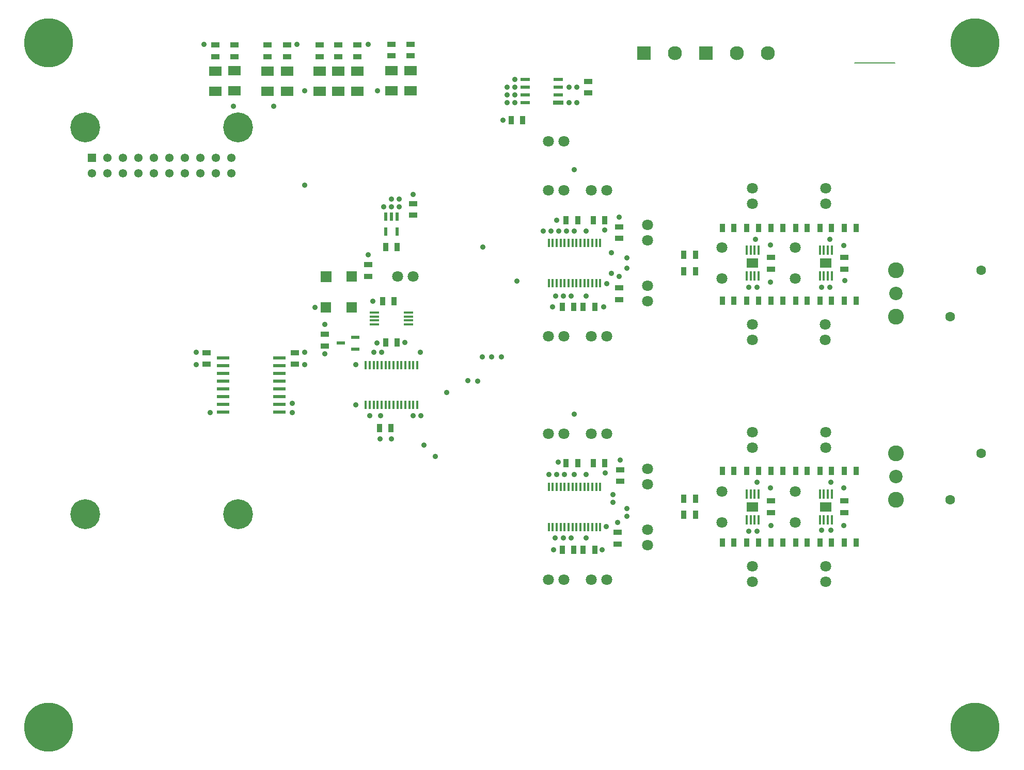
<source format=gts>
%FSLAX34Y34*%
G04 Gerber Fmt 3.4, Leading zero omitted, Abs format*
G04 (created by PCBNEW (2014-02-03 BZR 4658)-product) date Thu 30 Jul 2015 10:30:08 PM PDT*
%MOIN*%
G01*
G70*
G90*
G04 APERTURE LIST*
%ADD10C,0.005906*%
%ADD11C,0.007874*%
%ADD12R,0.054370X0.054370*%
%ADD13C,0.054370*%
%ADD14R,0.055000X0.035000*%
%ADD15R,0.035000X0.055000*%
%ADD16C,0.070866*%
%ADD17R,0.080000X0.060000*%
%ADD18R,0.090551X0.090551*%
%ADD19C,0.090551*%
%ADD20C,0.102362*%
%ADD21C,0.086614*%
%ADD22C,0.062992*%
%ADD23R,0.078740X0.023622*%
%ADD24R,0.062992X0.011811*%
%ADD25R,0.052362X0.022047*%
%ADD26R,0.016500X0.057900*%
%ADD27R,0.022047X0.052362*%
%ADD28R,0.066600X0.029200*%
%ADD29R,0.061000X0.023600*%
%ADD30R,0.015748X0.062992*%
%ADD31R,0.074409X0.061811*%
%ADD32R,0.070866X0.070866*%
%ADD33C,0.315100*%
%ADD34C,0.192955*%
%ADD35C,0.035000*%
G04 APERTURE END LIST*
G54D10*
G54D11*
X69900Y-16600D02*
X67600Y-16600D01*
X67300Y-16600D02*
X69900Y-16600D01*
G54D12*
X18064Y-22712D03*
G54D13*
X18064Y-23712D03*
X19064Y-22712D03*
X19064Y-23712D03*
X20064Y-22712D03*
X20064Y-23712D03*
X21064Y-22712D03*
X21064Y-23712D03*
X22064Y-22712D03*
X22064Y-23712D03*
X23064Y-22712D03*
X23064Y-23712D03*
X24064Y-22712D03*
X24064Y-23712D03*
X25064Y-22712D03*
X25064Y-23712D03*
X26064Y-22712D03*
X26064Y-23712D03*
X27064Y-22712D03*
X27064Y-23712D03*
G54D14*
X25479Y-35304D03*
X25479Y-36054D03*
X35900Y-30375D03*
X35900Y-29625D03*
X31179Y-35304D03*
X31179Y-36054D03*
G54D15*
X37575Y-32000D03*
X36825Y-32000D03*
G54D14*
X33100Y-34125D03*
X33100Y-34875D03*
G54D15*
X37375Y-40200D03*
X36625Y-40200D03*
X37775Y-34650D03*
X37025Y-34650D03*
G54D14*
X38800Y-26425D03*
X38800Y-25675D03*
G54D15*
X37775Y-28500D03*
X37025Y-28500D03*
G54D16*
X37800Y-30400D03*
X38800Y-30400D03*
G54D15*
X49175Y-48050D03*
X48425Y-48050D03*
G54D16*
X48538Y-49998D03*
X47538Y-49998D03*
G54D15*
X49775Y-48050D03*
X50525Y-48050D03*
G54D16*
X50294Y-49998D03*
X51294Y-49998D03*
G54D14*
X52000Y-47675D03*
X52000Y-46925D03*
G54D16*
X53944Y-47742D03*
X53944Y-46742D03*
G54D15*
X49425Y-42450D03*
X48675Y-42450D03*
G54D16*
X53944Y-43805D03*
X53944Y-42805D03*
G54D15*
X50425Y-42450D03*
X51175Y-42450D03*
G54D16*
X50294Y-40549D03*
X51294Y-40549D03*
G54D14*
X52150Y-43625D03*
X52150Y-42875D03*
G54D16*
X48538Y-40549D03*
X47538Y-40549D03*
G54D15*
X49175Y-32350D03*
X48425Y-32350D03*
G54D16*
X48538Y-34250D03*
X47538Y-34250D03*
G54D15*
X49775Y-32350D03*
X50525Y-32350D03*
G54D16*
X50294Y-34250D03*
X51294Y-34250D03*
G54D14*
X52100Y-31875D03*
X52100Y-31125D03*
G54D16*
X53944Y-31994D03*
X53944Y-30994D03*
G54D14*
X52100Y-27925D03*
X52100Y-27175D03*
G54D16*
X53944Y-28057D03*
X53944Y-27057D03*
G54D15*
X50425Y-26750D03*
X51175Y-26750D03*
G54D16*
X50294Y-24801D03*
X51294Y-24801D03*
G54D15*
X49425Y-26750D03*
X48675Y-26750D03*
G54D16*
X48538Y-24801D03*
X47538Y-24801D03*
X48531Y-21653D03*
X47531Y-21653D03*
G54D14*
X50106Y-18531D03*
X50106Y-17781D03*
G54D15*
X45875Y-20300D03*
X45125Y-20300D03*
G54D16*
X60700Y-33500D03*
X60700Y-34500D03*
X60711Y-24696D03*
X60711Y-25696D03*
X65400Y-33500D03*
X65400Y-34500D03*
X65435Y-24696D03*
X65435Y-25696D03*
G54D14*
X61892Y-29902D03*
X61892Y-29152D03*
X66616Y-29902D03*
X66616Y-29152D03*
G54D16*
X58742Y-28527D03*
X58742Y-30527D03*
X63466Y-28527D03*
X63466Y-30527D03*
X60711Y-49106D03*
X60711Y-50106D03*
X60711Y-40444D03*
X60711Y-41444D03*
X65435Y-49106D03*
X65435Y-50106D03*
X65435Y-40444D03*
X65435Y-41444D03*
G54D14*
X61892Y-45650D03*
X61892Y-44900D03*
X66616Y-45650D03*
X66616Y-44900D03*
G54D16*
X58742Y-44275D03*
X58742Y-46275D03*
X63466Y-44275D03*
X63466Y-46275D03*
G54D17*
X26017Y-18417D03*
X26017Y-17117D03*
X27250Y-18400D03*
X27250Y-17100D03*
X32761Y-18417D03*
X32761Y-17117D03*
X38635Y-17067D03*
X38635Y-18367D03*
X37392Y-18367D03*
X37392Y-17067D03*
X30666Y-18417D03*
X30666Y-17117D03*
X33979Y-18417D03*
X33979Y-17117D03*
X35198Y-18417D03*
X35198Y-17117D03*
X29404Y-18417D03*
X29404Y-17117D03*
G54D18*
X53700Y-15950D03*
G54D19*
X55700Y-15950D03*
G54D18*
X57700Y-15950D03*
G54D19*
X59700Y-15950D03*
X61700Y-15950D03*
G54D20*
X69968Y-32996D03*
X69968Y-29996D03*
G54D21*
X69968Y-31496D03*
G54D22*
X75468Y-29996D03*
X73468Y-32996D03*
G54D20*
X69968Y-44807D03*
X69968Y-41807D03*
G54D21*
X69968Y-43307D03*
G54D22*
X75468Y-41807D03*
X73468Y-44807D03*
G54D14*
X26017Y-16183D03*
X26017Y-15433D03*
X27250Y-16175D03*
X27250Y-15425D03*
X32761Y-16183D03*
X32761Y-15433D03*
X38635Y-15383D03*
X38635Y-16133D03*
X37392Y-16133D03*
X37392Y-15383D03*
X30666Y-16183D03*
X30666Y-15433D03*
X33979Y-16183D03*
X33979Y-15433D03*
X35198Y-16183D03*
X35198Y-15433D03*
X29404Y-16183D03*
X29404Y-15433D03*
G54D15*
X56275Y-29000D03*
X57025Y-29000D03*
X56275Y-30050D03*
X57025Y-30050D03*
X58761Y-27240D03*
X59511Y-27240D03*
X58761Y-31964D03*
X59511Y-31964D03*
X60336Y-27240D03*
X61086Y-27240D03*
X60336Y-31964D03*
X61086Y-31964D03*
X61910Y-27240D03*
X62660Y-27240D03*
X61910Y-31964D03*
X62660Y-31964D03*
X63485Y-27240D03*
X64235Y-27240D03*
X63485Y-31964D03*
X64235Y-31964D03*
X65060Y-27240D03*
X65810Y-27240D03*
X65060Y-31964D03*
X65810Y-31964D03*
X66635Y-27240D03*
X67385Y-27240D03*
X66635Y-31964D03*
X67385Y-31964D03*
X56275Y-44750D03*
X57025Y-44750D03*
X56275Y-45800D03*
X57025Y-45800D03*
X58761Y-42963D03*
X59511Y-42963D03*
X58761Y-47588D03*
X59511Y-47588D03*
X60336Y-42963D03*
X61086Y-42963D03*
X60336Y-47588D03*
X61086Y-47588D03*
X61910Y-42963D03*
X62660Y-42963D03*
X61910Y-47588D03*
X62660Y-47588D03*
X63485Y-42963D03*
X64235Y-42963D03*
X63485Y-47588D03*
X64235Y-47588D03*
X65060Y-42963D03*
X65810Y-42963D03*
X65060Y-47588D03*
X65810Y-47588D03*
X66635Y-42963D03*
X67385Y-42963D03*
X66635Y-47588D03*
X67385Y-47588D03*
G54D23*
X26515Y-37151D03*
X26515Y-36651D03*
X26515Y-36151D03*
X26515Y-35651D03*
X26515Y-37651D03*
X26515Y-38151D03*
X26515Y-38651D03*
X26515Y-39151D03*
X30177Y-39151D03*
X30177Y-38651D03*
X30177Y-38151D03*
X30177Y-37651D03*
X30177Y-37151D03*
X30177Y-36651D03*
X30177Y-36151D03*
X30177Y-35651D03*
G54D24*
X36297Y-32972D03*
X36297Y-33227D03*
X36297Y-33483D03*
X36297Y-32716D03*
X38502Y-33483D03*
X38502Y-33227D03*
X38502Y-32972D03*
X38502Y-32716D03*
G54D25*
X35072Y-35074D03*
X35072Y-34325D03*
X34127Y-34700D03*
G54D26*
X37529Y-36102D03*
X37273Y-36102D03*
X37017Y-36102D03*
X36761Y-36102D03*
X38293Y-38698D03*
X38297Y-36102D03*
X38041Y-36102D03*
X37785Y-36102D03*
X36505Y-38700D03*
X36761Y-38700D03*
X37017Y-38700D03*
X37273Y-38700D03*
X37529Y-38700D03*
X37785Y-38700D03*
X36505Y-36102D03*
X38041Y-38698D03*
X38553Y-36102D03*
X36249Y-36102D03*
X36249Y-38700D03*
X38553Y-38700D03*
X38808Y-36102D03*
X35994Y-36102D03*
X35994Y-38700D03*
X38808Y-38700D03*
X39064Y-36102D03*
X35738Y-36102D03*
X35738Y-38700D03*
X39064Y-38700D03*
G54D27*
X37774Y-26527D03*
X37400Y-26527D03*
X37025Y-26527D03*
X37025Y-27472D03*
X37774Y-27472D03*
G54D26*
X49084Y-46574D03*
X49340Y-46574D03*
X49596Y-46574D03*
X49852Y-46574D03*
X48320Y-43978D03*
X48316Y-46574D03*
X48572Y-46574D03*
X48828Y-46574D03*
X50108Y-43976D03*
X49852Y-43976D03*
X49596Y-43976D03*
X49340Y-43976D03*
X49084Y-43976D03*
X48828Y-43976D03*
X50108Y-46574D03*
X48572Y-43978D03*
X48060Y-46574D03*
X50364Y-46574D03*
X50364Y-43976D03*
X48060Y-43976D03*
X47805Y-46574D03*
X50619Y-46574D03*
X50619Y-43976D03*
X47805Y-43976D03*
X47549Y-46574D03*
X50875Y-46574D03*
X50875Y-43976D03*
X47549Y-43976D03*
X49084Y-30826D03*
X49340Y-30826D03*
X49596Y-30826D03*
X49852Y-30826D03*
X48320Y-28230D03*
X48316Y-30826D03*
X48572Y-30826D03*
X48828Y-30826D03*
X50108Y-28228D03*
X49852Y-28228D03*
X49596Y-28228D03*
X49340Y-28228D03*
X49084Y-28228D03*
X48828Y-28228D03*
X50108Y-30826D03*
X48572Y-28230D03*
X48060Y-30826D03*
X50364Y-30826D03*
X50364Y-28228D03*
X48060Y-28228D03*
X47805Y-30826D03*
X50619Y-30826D03*
X50619Y-28228D03*
X47805Y-28228D03*
X47549Y-30826D03*
X50875Y-30826D03*
X50875Y-28228D03*
X47549Y-28228D03*
G54D28*
X48169Y-19154D03*
G54D29*
X48169Y-18654D03*
X48169Y-18154D03*
X48169Y-17654D03*
X46043Y-19154D03*
X46043Y-18654D03*
X46043Y-18154D03*
X46043Y-17654D03*
G54D30*
X60327Y-30354D03*
X60583Y-30354D03*
X60838Y-30354D03*
X61094Y-30354D03*
X61094Y-28700D03*
X60838Y-28700D03*
X60583Y-28700D03*
X60327Y-28700D03*
G54D31*
X60711Y-29527D03*
G54D30*
X65051Y-30354D03*
X65307Y-30354D03*
X65563Y-30354D03*
X65819Y-30354D03*
X65819Y-28700D03*
X65563Y-28700D03*
X65307Y-28700D03*
X65051Y-28700D03*
G54D31*
X65435Y-29527D03*
G54D30*
X60327Y-46102D03*
X60583Y-46102D03*
X60838Y-46102D03*
X61094Y-46102D03*
X61094Y-44448D03*
X60838Y-44448D03*
X60583Y-44448D03*
X60327Y-44448D03*
G54D31*
X60711Y-45275D03*
G54D30*
X65051Y-46102D03*
X65307Y-46102D03*
X65563Y-46102D03*
X65819Y-46102D03*
X65819Y-44448D03*
X65563Y-44448D03*
X65307Y-44448D03*
X65051Y-44448D03*
G54D31*
X65435Y-45275D03*
G54D32*
X34822Y-30400D03*
X34822Y-32400D03*
X33177Y-32400D03*
G54D10*
G36*
X32822Y-30045D02*
X33531Y-30045D01*
X33531Y-30754D01*
X32822Y-30754D01*
X32822Y-30045D01*
X32822Y-30045D01*
G37*
G54D33*
X15279Y-15279D03*
X75074Y-15279D03*
X15279Y-59523D03*
X75074Y-59523D03*
G54D34*
X27486Y-45744D03*
X17643Y-45744D03*
X17643Y-20744D03*
X27486Y-20744D03*
G54D35*
X61000Y-46850D03*
X61900Y-46500D03*
X66600Y-46500D03*
X65750Y-46800D03*
X66650Y-30650D03*
X65700Y-31100D03*
X61850Y-30750D03*
X61000Y-31100D03*
X44850Y-19150D03*
X45350Y-19150D03*
X36900Y-25900D03*
X37900Y-25900D03*
X37900Y-25400D03*
X45356Y-17656D03*
X61850Y-44050D03*
X61000Y-43700D03*
X66600Y-44050D03*
X65750Y-43700D03*
X66600Y-28400D03*
X65700Y-28000D03*
X60900Y-28000D03*
X61850Y-28350D03*
X43250Y-35600D03*
X40950Y-37900D03*
X43850Y-35600D03*
X42330Y-37130D03*
X44500Y-35600D03*
X42950Y-37150D03*
X39480Y-41280D03*
X40230Y-42030D03*
X51600Y-30200D03*
X52600Y-29200D03*
X51600Y-28850D03*
X52600Y-29850D03*
X52600Y-45400D03*
X51700Y-44500D03*
X51700Y-45000D03*
X52600Y-45900D03*
X44600Y-20300D03*
X38800Y-25100D03*
X37400Y-25900D03*
X37400Y-25400D03*
X47700Y-27450D03*
X49350Y-18150D03*
X44850Y-18650D03*
X44850Y-18150D03*
X36500Y-18400D03*
X31300Y-15400D03*
X35900Y-15400D03*
X52000Y-46300D03*
X60450Y-46850D03*
X65150Y-46800D03*
X60450Y-31100D03*
X65150Y-31100D03*
X48050Y-43200D03*
X52150Y-42250D03*
X51200Y-43100D03*
X48150Y-42400D03*
X49950Y-43200D03*
X51250Y-46550D03*
X49950Y-47300D03*
X47950Y-47300D03*
X49000Y-47300D03*
X51000Y-48050D03*
X47850Y-48050D03*
X48856Y-18156D03*
X45356Y-18156D03*
X45356Y-18656D03*
X48050Y-26750D03*
X51150Y-27400D03*
X52100Y-26550D03*
X52100Y-30400D03*
X51300Y-30850D03*
X49950Y-27450D03*
X39250Y-35300D03*
X51100Y-32350D03*
X47800Y-32350D03*
X49950Y-31650D03*
X48000Y-31650D03*
X49000Y-31650D03*
X36650Y-40900D03*
X36000Y-39400D03*
X39300Y-39400D03*
X33100Y-35400D03*
X36200Y-32000D03*
X35900Y-29000D03*
X31000Y-39200D03*
X31800Y-36100D03*
X32450Y-32400D03*
X36450Y-34700D03*
X36250Y-35300D03*
X25300Y-15400D03*
X25700Y-39200D03*
X24800Y-36100D03*
X31800Y-24500D03*
X31800Y-18400D03*
X35100Y-38700D03*
X35100Y-36100D03*
X45500Y-30700D03*
X43300Y-28500D03*
X49200Y-39300D03*
X49200Y-43200D03*
X49200Y-27450D03*
X49200Y-23500D03*
X27200Y-19400D03*
X24800Y-35300D03*
X48850Y-19150D03*
X49350Y-19150D03*
X47200Y-27450D03*
X48200Y-27450D03*
X48700Y-27450D03*
X29800Y-19400D03*
X48550Y-43200D03*
X47550Y-43200D03*
X48500Y-47300D03*
X48500Y-31650D03*
X37400Y-40900D03*
X36700Y-39400D03*
X38800Y-39400D03*
X31000Y-38600D03*
X31800Y-35300D03*
X33100Y-33500D03*
X38250Y-34650D03*
X36750Y-35300D03*
M02*

</source>
